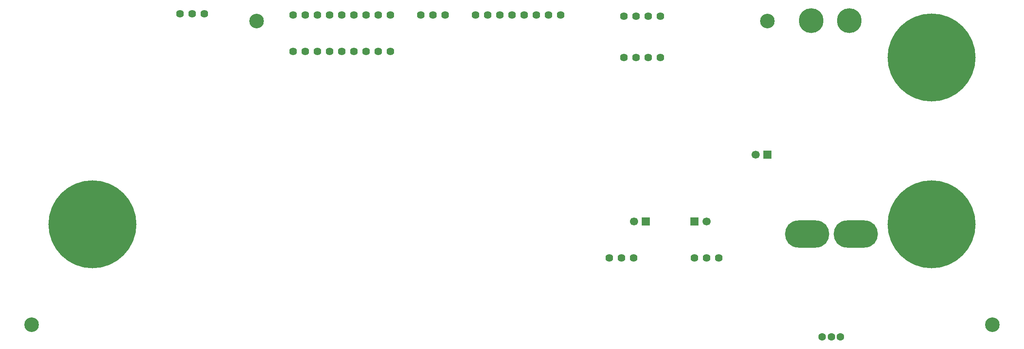
<source format=gbr>
%TF.GenerationSoftware,KiCad,Pcbnew,(5.1.6)-1*%
%TF.CreationDate,2020-11-27T18:27:37-06:00*%
%TF.ProjectId,BMS_2021_Rev1,424d535f-3230-4323-915f-526576312e6b,rev?*%
%TF.SameCoordinates,Original*%
%TF.FileFunction,Soldermask,Bot*%
%TF.FilePolarity,Negative*%
%FSLAX46Y46*%
G04 Gerber Fmt 4.6, Leading zero omitted, Abs format (unit mm)*
G04 Created by KiCad (PCBNEW (5.1.6)-1) date 2020-11-27 18:27:37*
%MOMM*%
%LPD*%
G01*
G04 APERTURE LIST*
%ADD10C,3.046400*%
%ADD11C,1.700000*%
%ADD12R,1.700000X1.700000*%
%ADD13C,1.624000*%
%ADD14C,18.388000*%
%ADD15C,5.180000*%
%ADD16C,1.601140*%
%ADD17O,9.244000X5.688000*%
G04 APERTURE END LIST*
D10*
%TO.C,REF\u002A\u002A*%
X194310000Y-30480000D03*
%TD*%
%TO.C,REF\u002A\u002A*%
X241300000Y-93980000D03*
%TD*%
%TO.C,REF\u002A\u002A*%
X40640000Y-93980000D03*
%TD*%
%TO.C,REF\u002A\u002A*%
X87630000Y-30480000D03*
%TD*%
D11*
%TO.C,C11*%
X191810000Y-58420000D03*
D12*
X194310000Y-58420000D03*
%TD*%
D13*
%TO.C,Conn5*%
X164338000Y-38100000D03*
X166878000Y-38100000D03*
X169418000Y-38100000D03*
X171958000Y-38100000D03*
X171958000Y-38100000D03*
%TD*%
%TO.C,Conn1*%
X115570000Y-36830000D03*
X113030000Y-36830000D03*
X110490000Y-36830000D03*
X107950000Y-36830000D03*
X105410000Y-36830000D03*
X102870000Y-36830000D03*
X100330000Y-36830000D03*
X97790000Y-36830000D03*
X95250000Y-36830000D03*
%TD*%
%TO.C,Conn4*%
X151130000Y-29210000D03*
X148590000Y-29210000D03*
X146050000Y-29210000D03*
X143510000Y-29210000D03*
X140970000Y-29210000D03*
X138430000Y-29210000D03*
X135890000Y-29210000D03*
X133350000Y-29210000D03*
%TD*%
D14*
%TO.C,V3*%
X228600000Y-38100000D03*
%TD*%
%TO.C,V2*%
X53340000Y-73025000D03*
%TD*%
%TO.C,V1*%
X228600000Y-73025000D03*
%TD*%
D13*
%TO.C,SW1*%
X171958000Y-29464000D03*
X171958000Y-29464000D03*
X169418000Y-29464000D03*
X166878000Y-29464000D03*
X164338000Y-29464000D03*
%TD*%
%TO.C,Conn3*%
X76708000Y-28956000D03*
X74168000Y-28956000D03*
X71628000Y-28956000D03*
%TD*%
D15*
%TO.C,Conn2*%
X211367000Y-30454000D03*
X203467000Y-30454000D03*
%TD*%
D13*
%TO.C,Conn6*%
X95250000Y-29210000D03*
X97790000Y-29210000D03*
X100330000Y-29210000D03*
X102870000Y-29210000D03*
X105410000Y-29210000D03*
X107950000Y-29210000D03*
X110490000Y-29210000D03*
X113030000Y-29210000D03*
X115570000Y-29210000D03*
%TD*%
%TO.C,Conn7*%
X121920000Y-29210000D03*
X124460000Y-29210000D03*
X127000000Y-29210000D03*
%TD*%
D16*
%TO.C,U2*%
X205734920Y-96553020D03*
X209555080Y-96553020D03*
X207645000Y-96553020D03*
D17*
X212725000Y-75057000D03*
X202565000Y-75057000D03*
%TD*%
D12*
%TO.C,C9*%
X168910000Y-72390000D03*
D11*
X166410000Y-72390000D03*
%TD*%
%TO.C,C16*%
X181570000Y-72390000D03*
D12*
X179070000Y-72390000D03*
%TD*%
D13*
%TO.C,U5*%
X166370000Y-80010000D03*
X163830000Y-80010000D03*
X161290000Y-80010000D03*
%TD*%
%TO.C,U6*%
X179070000Y-80010000D03*
X181610000Y-80010000D03*
X184150000Y-80010000D03*
%TD*%
M02*

</source>
